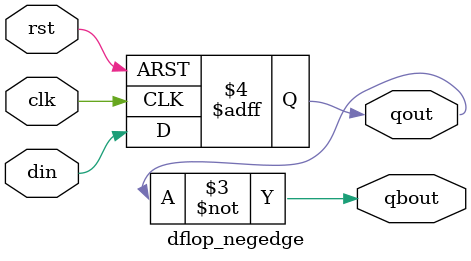
<source format=v>
/*--  *******************************************************
--  Computer Architecture Course, Laboratory Sources 
--  Amirkabir University of Technology (Tehran Polytechnic)
--  Department of Computer Engineering (CE-AUT)
--  https://ce[dot]aut[dot]ac[dot]ir
--  *******************************************************
--  All Rights reserved (C) 2019-2020
--  *******************************************************
--  Student ID  : 
--  Student Name: 
--  Student Mail: 
--  *******************************************************
--  Additional Comments:
--
--*/

/*-----------------------------------------------------------
---  Module Name: D Flip Flop
---  Description: Lab 09 Part 1
-----------------------------------------------------------*/
`timescale 1 ns/1 ns

module dflop_negedge (
	input rst ,
	input clk ,
	input din ,
	output reg qout, 
	output qbout
);
	always @(negedge clk or posedge rst) 
	#5
	begin
	
		if(rst == 1'b1)
			qout <= 1'b0;
		else 
			qout <= din;
	end 
	assign qbout = ~qout;

endmodule

</source>
